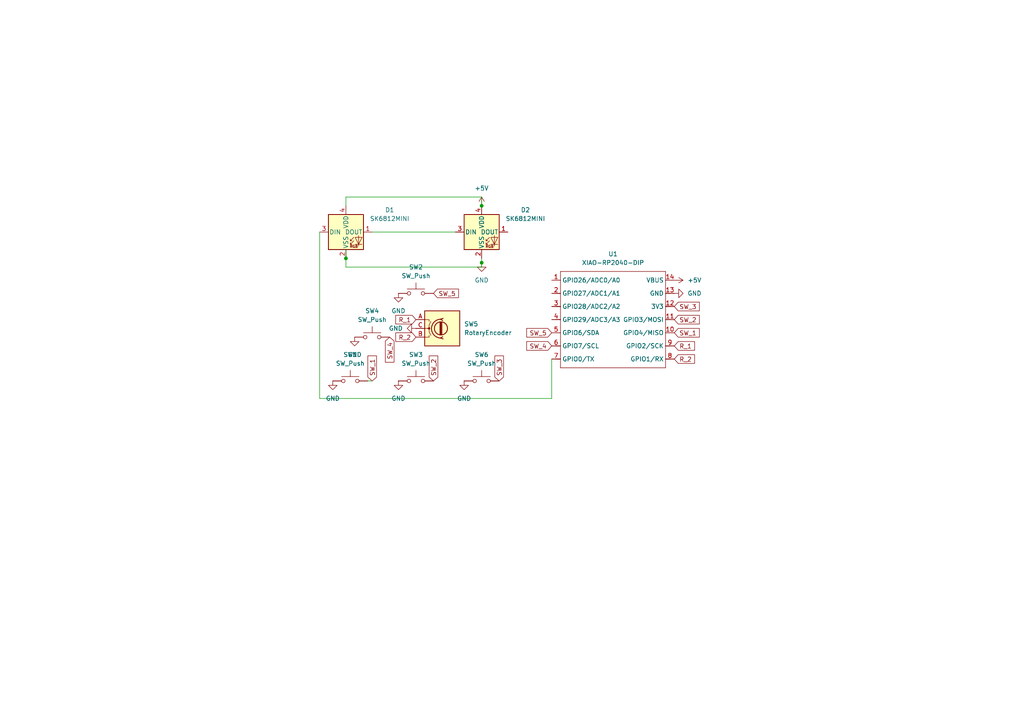
<source format=kicad_sch>
(kicad_sch (version 20250114) (generator "eeschema") (generator_version "9.0")
  (paper "A4")
  (lib_symbols
    (symbol "Device:RotaryEncoder" (pin_names (offset 0.254) (hide yes))
      (property "Reference" "SW" (at 0 6.604 0))
      (property "Value" "RotaryEncoder" (at 0 -6.604 0))
      (symbol "RotaryEncoder_0_1"
        (rectangle (start -5.08 5.08) (end 5.08 -5.08) (stroke (width 0.254)) (fill (type background)))
        (polyline (pts (xy -5.08 2.54) (xy -3.81 2.54) (xy -3.81 2.032)))
        (polyline (pts (xy -5.08 0) (xy -3.81 0) (xy -3.81 -1.016) (xy -3.302 -2.032)))
        (polyline (pts (xy -5.08 -2.54) (xy -3.81 -2.54) (xy -3.81 -2.032)))
        (polyline (pts (xy -4.318 0) (xy -3.81 0) (xy -3.81 1.016) (xy -3.302 2.032)))
        (circle (center -3.81 0) (radius 0.254) (fill (type outline)))
        (polyline (pts (xy -0.635 -1.778) (xy -0.635 1.778)) (stroke (width 0.254)))
        (circle (center -0.381 0) (radius 1.905) (stroke (width 0.254)))
        (polyline (pts (xy -0.381 -1.778) (xy -0.381 1.778)) (stroke (width 0.254)))
        (arc (start -0.381 -2.794) (mid -3.0988 -0.0635) (end -0.381 2.667) (stroke (width 0.254)))
        (polyline (pts (xy -0.127 1.778) (xy -0.127 -1.778)) (stroke (width 0.254)))
        (polyline (pts (xy 0.254 2.921) (xy -0.508 2.667) (xy 0.127 2.286)) (stroke (width 0.254)))
        (polyline (pts (xy 0.254 -3.048) (xy -0.508 -2.794) (xy 0.127 -2.413)) (stroke (width 0.254)))
      )
      (symbol "RotaryEncoder_1_1"
        (pin passive line (at -7.62 2.54 0) (length 2.54) (name "A") (number "A"))
        (pin passive line (at -7.62 0 0) (length 2.54) (name "C") (number "C"))
        (pin passive line (at -7.62 -2.54 0) (length 2.54) (name "B") (number "B"))
      )
    )
    (symbol "LED:SK6812MINI" (pin_names (offset 0.254))
      (property "Reference" "D" (at 5.08 5.715 0))
      (property "Value" "SK6812MINI" (at 1.27 -5.715 0))
      (symbol "SK6812MINI_0_0"
        (text "RGB" (at 2.286 -4.191 0) (effects (font (size 0.762 0.762))))
      )
      (symbol "SK6812MINI_0_1"
        (polyline (pts (xy 1.27 -2.54) (xy 1.778 -2.54)))
        (polyline (pts (xy 1.27 -3.556) (xy 1.778 -3.556)))
        (polyline (pts (xy 2.286 -1.524) (xy 1.27 -2.54) (xy 1.27 -2.032)))
        (polyline (pts (xy 2.286 -2.54) (xy 1.27 -3.556) (xy 1.27 -3.048)))
        (polyline (pts (xy 3.683 -1.016) (xy 3.683 -3.556) (xy 3.683 -4.064)))
        (polyline (pts (xy 4.699 -1.524) (xy 2.667 -1.524) (xy 3.683 -3.556) (xy 4.699 -1.524)))
        (polyline (pts (xy 4.699 -3.556) (xy 2.667 -3.556)))
        (rectangle (start 5.08 5.08) (end -5.08 -5.08) (stroke (width 0.254)) (fill (type background)))
      )
      (symbol "SK6812MINI_1_1"
        (pin input line (at -7.62 0 0) (length 2.54) (name "DIN") (number "3"))
        (pin power_in line (at 0 7.62 270) (length 2.54) (name "VDD") (number "4"))
        (pin power_in line (at 0 -7.62 90) (length 2.54) (name "VSS") (number "2"))
        (pin output line (at 7.62 0 180) (length 2.54) (name "DOUT") (number "1"))
      )
    )
    (symbol "OPL:XIAO-RP2040-DIP"
      (property "Reference" "U" (at 0 0 0))
      (property "Value" "XIAO-RP2040-DIP" (at 5.334 -1.778 0))
      (symbol "XIAO-RP2040-DIP_1_0"
        (polyline (pts (xy -1.27 -2.54) (xy 29.21 -2.54)) (stroke (width 0.1524)))
        (polyline (pts (xy -1.27 -5.08) (xy -2.54 -5.08)) (stroke (width 0.1524)))
        (polyline (pts (xy -1.27 -5.08) (xy -1.27 -2.54)) (stroke (width 0.1524)))
        (polyline (pts (xy -1.27 -8.89) (xy -2.54 -8.89)) (stroke (width 0.1524)))
        (polyline (pts (xy -1.27 -8.89) (xy -1.27 -5.08)) (stroke (width 0.1524)))
        (polyline (pts (xy -1.27 -12.7) (xy -2.54 -12.7)) (stroke (width 0.1524)))
        (polyline (pts (xy -1.27 -12.7) (xy -1.27 -8.89)) (stroke (width 0.1524)))
        (polyline (pts (xy -1.27 -16.51) (xy -2.54 -16.51)) (stroke (width 0.1524)))
        (polyline (pts (xy -1.27 -16.51) (xy -1.27 -12.7)) (stroke (width 0.1524)))
        (polyline (pts (xy -1.27 -20.32) (xy -2.54 -20.32)) (stroke (width 0.1524)))
        (polyline (pts (xy -1.27 -24.13) (xy -2.54 -24.13)) (stroke (width 0.1524)))
        (polyline (pts (xy -1.27 -27.94) (xy -2.54 -27.94)) (stroke (width 0.1524)))
        (polyline (pts (xy -1.27 -30.48) (xy -1.27 -16.51)) (stroke (width 0.1524)))
        (polyline (pts (xy 29.21 -2.54) (xy 29.21 -5.08)) (stroke (width 0.1524)))
        (polyline (pts (xy 29.21 -5.08) (xy 29.21 -8.89)) (stroke (width 0.1524)))
        (polyline (pts (xy 29.21 -8.89) (xy 29.21 -12.7)) (stroke (width 0.1524)))
        (polyline (pts (xy 29.21 -12.7) (xy 29.21 -30.48)) (stroke (width 0.1524)))
        (polyline (pts (xy 29.21 -30.48) (xy -1.27 -30.48)) (stroke (width 0.1524)))
        (polyline (pts (xy 30.48 -5.08) (xy 29.21 -5.08)) (stroke (width 0.1524)))
        (polyline (pts (xy 30.48 -8.89) (xy 29.21 -8.89)) (stroke (width 0.1524)))
        (polyline (pts (xy 30.48 -12.7) (xy 29.21 -12.7)) (stroke (width 0.1524)))
        (polyline (pts (xy 30.48 -16.51) (xy 29.21 -16.51)) (stroke (width 0.1524)))
        (polyline (pts (xy 30.48 -20.32) (xy 29.21 -20.32)) (stroke (width 0.1524)))
        (polyline (pts (xy 30.48 -24.13) (xy 29.21 -24.13)) (stroke (width 0.1524)))
        (polyline (pts (xy 30.48 -27.94) (xy 29.21 -27.94)) (stroke (width 0.1524)))
        (pin passive line (at -3.81 -5.08 0) (length 2.54) (name "GPIO26/ADC0/A0") (number "1"))
        (pin passive line (at -3.81 -8.89 0) (length 2.54) (name "GPIO27/ADC1/A1") (number "2"))
        (pin passive line (at -3.81 -12.7 0) (length 2.54) (name "GPIO28/ADC2/A2") (number "3"))
        (pin passive line (at -3.81 -16.51 0) (length 2.54) (name "GPIO29/ADC3/A3") (number "4"))
        (pin passive line (at -3.81 -20.32 0) (length 2.54) (name "GPIO6/SDA") (number "5"))
        (pin passive line (at -3.81 -24.13 0) (length 2.54) (name "GPIO7/SCL") (number "6"))
        (pin passive line (at -3.81 -27.94 0) (length 2.54) (name "GPIO0/TX") (number "7"))
        (pin passive line (at 31.75 -5.08 180) (length 2.54) (name "VBUS") (number "14"))
        (pin passive line (at 31.75 -8.89 180) (length 2.54) (name "GND") (number "13"))
        (pin passive line (at 31.75 -12.7 180) (length 2.54) (name "3V3") (number "12"))
        (pin passive line (at 31.75 -16.51 180) (length 2.54) (name "GPIO3/MOSI") (number "11"))
        (pin passive line (at 31.75 -20.32 180) (length 2.54) (name "GPIO4/MISO") (number "10"))
        (pin passive line (at 31.75 -24.13 180) (length 2.54) (name "GPIO2/SCK") (number "9"))
        (pin passive line (at 31.75 -27.94 180) (length 2.54) (name "GPIO1/RX") (number "8"))
      )
    )
    (symbol "Switch:SW_Push" (pin_numbers (hide yes)) (pin_names (offset 1.016) (hide yes))
      (property "Reference" "SW" (at 1.27 2.54 0))
      (property "Value" "SW_Push" (at 0 -1.524 0))
      (symbol "SW_Push_0_1"
        (circle (center -2.032 0) (radius 0.508))
        (polyline (pts (xy 0 1.27) (xy 0 3.048)))
        (circle (center 2.032 0) (radius 0.508))
        (polyline (pts (xy 2.54 1.27) (xy -2.54 1.27)))
        (pin passive line (at -5.08 0 0) (length 2.54) (name "1") (number "1"))
        (pin passive line (at 5.08 0 180) (length 2.54) (name "2") (number "2"))
      )
    )
    (symbol "power:+5V" (power) (pin_numbers (hide yes)) (pin_names (offset 0) (hide yes))
      (property "Value" "+5V" (at 0 3.556 0))
      (symbol "+5V_0_1"
        (polyline (pts (xy -0.762 1.27) (xy 0 2.54)))
        (polyline (pts (xy 0 2.54) (xy 0.762 1.27)))
        (polyline (pts (xy 0 0) (xy 0 2.54)))
      )
      (symbol "+5V_1_1"
        (pin power_in line (at 0 0 90) (length 0) (name "~") (number "1"))
      )
    )
    (symbol "power:GND" (power) (pin_numbers (hide yes)) (pin_names (offset 0) (hide yes))
      (property "Value" "GND" (at 0 -3.81 0))
      (symbol "GND_0_1"
        (polyline (pts (xy 0 0) (xy 0 -1.27) (xy 1.27 -1.27) (xy 0 -2.54) (xy -1.27 -1.27) (xy 0 -1.27)))
      )
      (symbol "GND_1_1"
        (pin power_in line (at 0 0 270) (length 0) (name "~") (number "1"))
      )
    )
  )
  (junction (at 139.7 59.69))
  (junction (at 139.7 76.2))
  (junction (at 100.33 74.93))
  (wire (pts (xy 92.71 67.31) (xy 92.71 115.57)))
  (wire (pts (xy 100.33 74.93) (xy 100.33 77.47)))
  (wire (pts (xy 92.71 115.57) (xy 160.02 115.57)))
  (wire (pts (xy 100.33 59.69) (xy 100.33 57.15)))
  (wire (pts (xy 160.02 115.57) (xy 160.02 104.14)))
  (wire (pts (xy 139.7 57.15) (xy 139.7 59.69)))
  (wire (pts (xy 106.68 110.49) (xy 107.95 110.49)))
  (wire (pts (xy 100.33 57.15) (xy 139.7 57.15)))
  (wire (pts (xy 100.33 77.47) (xy 139.7 77.47)))
  (wire (pts (xy 139.7 76.2) (xy 139.7 77.47)))
  (wire (pts (xy 107.95 67.31) (xy 132.08 67.31)))
  (wire (pts (xy 100.33 72.39) (xy 100.33 74.93)))
  (wire (pts (xy 139.7 74.93) (xy 139.7 76.2)))
  (global_label "SW_3" (shape input) (at 195.58 88.9 0) (property "Intersheetrefs" "${INTERSHEET_REFS}" (effects (hide yes))))
  (global_label "R_2" (shape input) (at 195.58 104.14 0) (property "Intersheetrefs" "${INTERSHEET_REFS}" (effects (hide yes))))
  (global_label "SW_5" (shape input) (at 125.73 85.09 0) (property "Intersheetrefs" "${INTERSHEET_REFS}" (effects (hide yes))))
  (global_label "R_2" (shape input) (at 120.65 97.79 180) (property "Intersheetrefs" "${INTERSHEET_REFS}" (effects (hide yes))))
  (global_label "R_1" (shape input) (at 120.65 92.71 180) (property "Intersheetrefs" "${INTERSHEET_REFS}" (effects (hide yes))))
  (global_label "SW_1" (shape input) (at 195.58 96.52 0) (property "Intersheetrefs" "${INTERSHEET_REFS}" (effects (hide yes))))
  (global_label "SW_1" (shape input) (at 107.95 110.49 90) (property "Intersheetrefs" "${INTERSHEET_REFS}" (effects (hide yes))))
  (global_label "SW_3" (shape input) (at 144.78 110.49 90) (property "Intersheetrefs" "${INTERSHEET_REFS}" (effects (hide yes))))
  (global_label "SW_4" (shape input) (at 113.03 97.79 270) (property "Intersheetrefs" "${INTERSHEET_REFS}" (effects (hide yes))))
  (global_label "SW_5" (shape input) (at 160.02 96.52 180) (property "Intersheetrefs" "${INTERSHEET_REFS}" (effects (hide yes))))
  (global_label "R_1" (shape input) (at 195.58 100.33 0) (property "Intersheetrefs" "${INTERSHEET_REFS}" (effects (hide yes))))
  (global_label "SW_4" (shape input) (at 160.02 100.33 180) (property "Intersheetrefs" "${INTERSHEET_REFS}" (effects (hide yes))))
  (global_label "SW_2" (shape input) (at 195.58 92.71 0) (property "Intersheetrefs" "${INTERSHEET_REFS}" (effects (hide yes))))
  (global_label "SW_2" (shape input) (at 125.73 110.49 90) (property "Intersheetrefs" "${INTERSHEET_REFS}" (effects (hide yes))))
  (symbol (lib_id "LED:SK6812MINI") (at 139.7 67.31 0) (unit 1)
    (property "Reference" "D2" (at 152.4 60.8898 0))
    (property "Value" "SK6812MINI" (at 152.4 63.4298 0))
    (property "Footprint" "LED_SMD:LED_SK6812MINI_PLCC4_3.5x3.5mm_P1.75mm" (effects (hide yes)))
    (property "Datasheet" "https://cdn-shop.adafruit.com/product-files/2686/SK6812MINI_REV.01-1-2.pdf" (effects (hide yes)))
    (property "Description" "RGB LED with integrated controller" (effects (hide yes)))
  )
  (symbol (lib_id "Switch:SW_Push") (at 107.95 97.79 0) (unit 1)
    (property "Reference" "SW4" (at 107.95 90.17 0))
    (property "Value" "SW_Push" (at 107.95 92.71 0))
    (property "Footprint" "Button_Switch_Keyboard:SW_Cherry_MX_1.00u_PCB" (effects (hide yes)))
    (property "Description" "Push button switch, generic, two pins" (effects (hide yes)))
  )
  (symbol (lib_id "power:GND") (at 96.52 110.49 0) (unit 1)
    (property "Reference" "#PWR06" (effects (hide yes)))
    (property "Value" "GND" (at 96.52 115.57 0))
    (property "Description" "Power symbol creates a global label with name \"GND\" , ground" (effects (hide yes)))
  )
  (symbol (lib_id "power:GND") (at 120.65 95.25 270) (unit 1)
    (property "Reference" "#PWR03" (effects (hide yes)))
    (property "Value" "GND" (at 116.84 95.2499 90) (effects (justify right)))
    (property "Description" "Power symbol creates a global label with name \"GND\" , ground" (effects (hide yes)))
  )
  (symbol (lib_id "LED:SK6812MINI") (at 100.33 67.31 0) (unit 1)
    (property "Reference" "D1" (at 113.03 60.8898 0))
    (property "Value" "SK6812MINI" (at 113.03 63.4298 0))
    (property "Footprint" "LED_SMD:LED_SK6812MINI_PLCC4_3.5x3.5mm_P1.75mm" (effects (hide yes)))
    (property "Datasheet" "https://cdn-shop.adafruit.com/product-files/2686/SK6812MINI_REV.01-1-2.pdf" (effects (hide yes)))
    (property "Description" "RGB LED with integrated controller" (effects (hide yes)))
  )
  (symbol (lib_id "power:GND") (at 134.62 110.49 0) (unit 1)
    (property "Reference" "#PWR08" (effects (hide yes)))
    (property "Value" "GND" (at 134.62 115.57 0))
    (property "Description" "Power symbol creates a global label with name \"GND\" , ground" (effects (hide yes)))
  )
  (symbol (lib_id "power:GND") (at 102.87 97.79 0) (unit 1)
    (property "Reference" "#PWR09" (effects (hide yes)))
    (property "Value" "GND" (at 102.87 102.87 0))
    (property "Description" "Power symbol creates a global label with name \"GND\" , ground" (effects (hide yes)))
  )
  (symbol (lib_id "OPL:XIAO-RP2040-DIP") (at 163.83 76.2 0) (unit 1)
    (property "Reference" "U1" (at 177.8 73.66 0))
    (property "Value" "XIAO-RP2040-DIP" (at 177.8 76.2 0))
    (property "Footprint" "OPL:XIAO-RP2040-DIP" (effects (hide yes)))
  )
  (symbol (lib_id "power:GND") (at 195.58 85.09 90) (unit 1)
    (property "Reference" "#PWR05" (effects (hide yes)))
    (property "Value" "GND" (at 199.39 85.0899 90) (effects (justify right)))
    (property "Description" "Power symbol creates a global label with name \"GND\" , ground" (effects (hide yes)))
  )
  (symbol (lib_id "Switch:SW_Push") (at 139.7 110.49 0) (unit 1)
    (property "Reference" "SW6" (at 139.7 102.87 0))
    (property "Value" "SW_Push" (at 139.7 105.41 0))
    (property "Footprint" "Button_Switch_Keyboard:SW_Cherry_MX_1.00u_Plate" (effects (hide yes)))
    (property "Description" "Push button switch, generic, two pins" (effects (hide yes)))
  )
  (symbol (lib_id "Switch:SW_Push") (at 120.65 85.09 0) (unit 1)
    (property "Reference" "SW2" (at 120.65 77.47 0))
    (property "Value" "SW_Push" (at 120.65 80.01 0))
    (property "Footprint" "Button_Switch_Keyboard:SW_Cherry_MX_1.00u_PCB" (effects (hide yes)))
    (property "Description" "Push button switch, generic, two pins" (effects (hide yes)))
  )
  (symbol (lib_id "Device:RotaryEncoder") (at 128.27 95.25 0) (unit 1)
    (property "Reference" "SW5" (at 134.62 93.9799 0) (effects (justify left)))
    (property "Value" "RotaryEncoder" (at 134.62 96.5199 0) (effects (justify left)))
    (property "Footprint" "Rotary_Encoder:RotaryEncoder_Alps_EC11E_Vertical_H20mm" (effects (hide yes)))
    (property "Description" "Rotary encoder, dual channel, incremental quadrate outputs" (effects (hide yes)))
  )
  (symbol (lib_id "power:GND") (at 115.57 110.49 0) (unit 1)
    (property "Reference" "#PWR07" (effects (hide yes)))
    (property "Value" "GND" (at 115.57 115.57 0))
    (property "Description" "Power symbol creates a global label with name \"GND\" , ground" (effects (hide yes)))
  )
  (symbol (lib_id "power:GND") (at 115.57 85.09 0) (unit 1)
    (property "Reference" "#PWR010" (effects (hide yes)))
    (property "Value" "GND" (at 115.57 90.17 0))
    (property "Description" "Power symbol creates a global label with name \"GND\" , ground" (effects (hide yes)))
  )
  (symbol (lib_id "power:+5V") (at 139.7 59.69 0) (unit 1)
    (property "Reference" "#PWR02" (effects (hide yes)))
    (property "Value" "+5V" (at 139.7 54.61 0))
    (property "Description" "Power symbol creates a global label with name \"+5V\"" (effects (hide yes)))
  )
  (symbol (lib_id "Switch:SW_Push") (at 120.65 110.49 0) (unit 1)
    (property "Reference" "SW3" (at 120.65 102.87 0))
    (property "Value" "SW_Push" (at 120.65 105.41 0))
    (property "Footprint" "Button_Switch_Keyboard:SW_Cherry_MX_1.00u_PCB" (effects (hide yes)))
    (property "Description" "Push button switch, generic, two pins" (effects (hide yes)))
  )
  (symbol (lib_id "power:+5V") (at 195.58 81.28 270) (unit 1)
    (property "Reference" "#PWR04" (effects (hide yes)))
    (property "Value" "+5V" (at 199.39 81.2799 90) (effects (justify left)))
    (property "Description" "Power symbol creates a global label with name \"+5V\"" (effects (hide yes)))
  )
  (symbol (lib_id "Switch:SW_Push") (at 101.6 110.49 0) (unit 1)
    (property "Reference" "SW1" (at 101.6 102.87 0))
    (property "Value" "SW_Push" (at 101.6 105.41 0))
    (property "Footprint" "Button_Switch_Keyboard:SW_Cherry_MX_1.00u_PCB" (effects (hide yes)))
    (property "Description" "Push button switch, generic, two pins" (effects (hide yes)))
  )
  (symbol (lib_id "power:GND") (at 139.7 76.2 0) (unit 1)
    (property "Reference" "#PWR01" (effects (hide yes)))
    (property "Value" "GND" (at 139.7 81.28 0))
    (property "Description" "Power symbol creates a global label with name \"GND\" , ground" (effects (hide yes)))
  )
)
</source>
